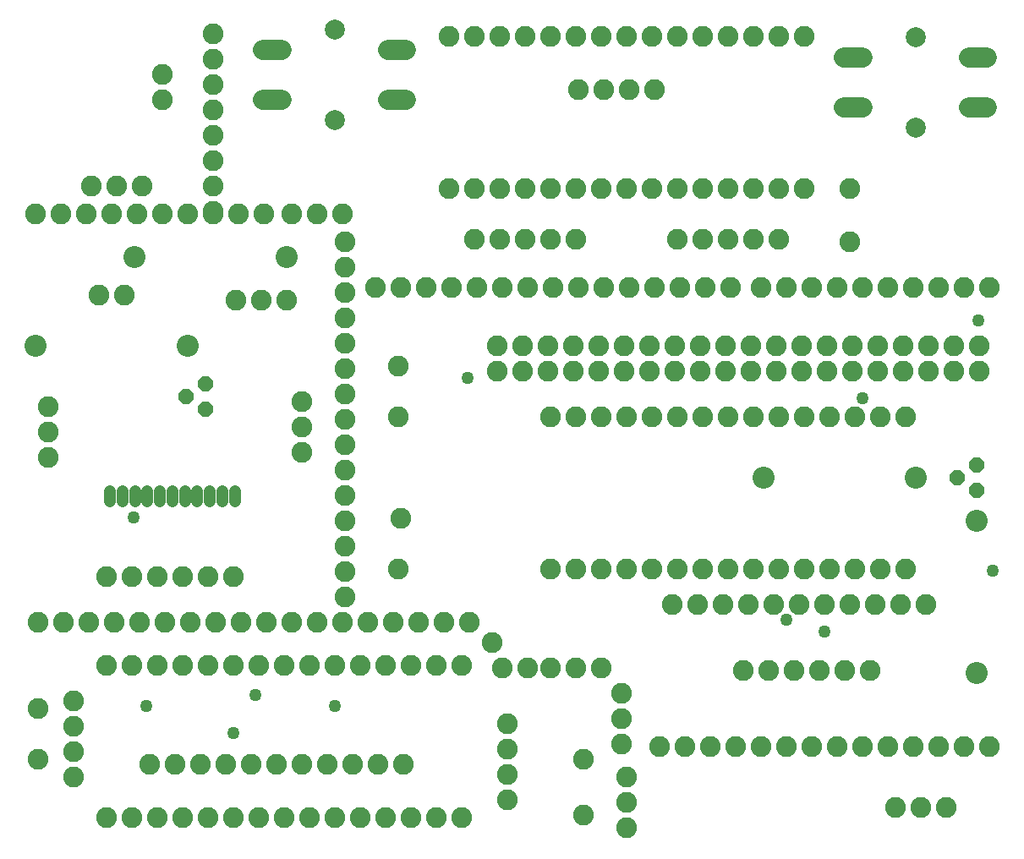
<source format=gbr>
G04 EAGLE Gerber RS-274X export*
G75*
%MOMM*%
%FSLAX34Y34*%
%LPD*%
%INSoldermask Bottom*%
%IPPOS*%
%AMOC8*
5,1,8,0,0,1.08239X$1,22.5*%
G01*
%ADD10C,2.082800*%
%ADD11C,1.993900*%
%ADD12C,2.006600*%
%ADD13C,1.211200*%
%ADD14P,1.649562X8X112.500000*%
%ADD15C,2.203200*%
%ADD16C,1.270000*%


D10*
X444500Y182880D03*
X419100Y182880D03*
X393700Y182880D03*
X368300Y182880D03*
X342900Y182880D03*
X317500Y182880D03*
X292100Y182880D03*
X266700Y182880D03*
X241300Y182880D03*
X215900Y182880D03*
X190500Y182880D03*
X165100Y182880D03*
X139700Y182880D03*
X114300Y182880D03*
X88900Y182880D03*
X88900Y30480D03*
X114300Y30480D03*
X139700Y30480D03*
X165100Y30480D03*
X190500Y30480D03*
X215900Y30480D03*
X241300Y30480D03*
X266700Y30480D03*
X292100Y30480D03*
X317500Y30480D03*
X342900Y30480D03*
X368300Y30480D03*
X393700Y30480D03*
X419100Y30480D03*
X444500Y30480D03*
X55880Y71120D03*
X55880Y96520D03*
X55880Y121920D03*
X55880Y147320D03*
X490220Y124460D03*
X490220Y99060D03*
X490220Y73660D03*
X490220Y48260D03*
X566420Y88900D03*
X566420Y33020D03*
X20320Y139700D03*
X20320Y88900D03*
X431800Y660400D03*
X457200Y660400D03*
X482600Y660400D03*
X508000Y660400D03*
X533400Y660400D03*
X558800Y660400D03*
X584200Y660400D03*
X609600Y660400D03*
X635000Y660400D03*
X660400Y660400D03*
X685800Y660400D03*
X711200Y660400D03*
X736600Y660400D03*
X762000Y660400D03*
X787400Y660400D03*
X787400Y812800D03*
X762000Y812800D03*
X736600Y812800D03*
X711200Y812800D03*
X685800Y812800D03*
X660400Y812800D03*
X635000Y812800D03*
X609600Y812800D03*
X584200Y812800D03*
X558800Y812800D03*
X533400Y812800D03*
X508000Y812800D03*
X482600Y812800D03*
X457200Y812800D03*
X431800Y812800D03*
X457200Y609600D03*
X482600Y609600D03*
X508000Y609600D03*
X533400Y609600D03*
X558800Y609600D03*
X660400Y609600D03*
X685800Y609600D03*
X711200Y609600D03*
X736600Y609600D03*
X762000Y609600D03*
D11*
X388938Y799592D02*
X371031Y799592D01*
X263970Y799592D02*
X246063Y799592D01*
X371031Y749808D02*
X388938Y749808D01*
X263970Y749808D02*
X246063Y749808D01*
D12*
X317500Y819658D03*
X317500Y729742D03*
D11*
X827723Y742188D02*
X845630Y742188D01*
X952691Y742188D02*
X970598Y742188D01*
X845630Y791972D02*
X827723Y791972D01*
X952691Y791972D02*
X970598Y791972D01*
D12*
X899160Y722122D03*
X899160Y812038D03*
D10*
X386080Y83820D03*
X360680Y83820D03*
X335280Y83820D03*
X309880Y83820D03*
X284480Y83820D03*
X259080Y83820D03*
X233680Y83820D03*
X208280Y83820D03*
X182880Y83820D03*
X157480Y83820D03*
X132080Y83820D03*
X358140Y561340D03*
X383540Y561340D03*
X408940Y561340D03*
X434340Y561340D03*
X459740Y561340D03*
X485140Y561340D03*
X510540Y561340D03*
X535940Y561340D03*
X561340Y561340D03*
X586740Y561340D03*
X612140Y561340D03*
X637540Y561340D03*
X662940Y561340D03*
X688340Y561340D03*
X713740Y561340D03*
X96520Y226060D03*
X121920Y226060D03*
X147320Y226060D03*
X172720Y226060D03*
X198120Y226060D03*
X223520Y226060D03*
X248920Y226060D03*
X274320Y226060D03*
X299720Y226060D03*
X325120Y226060D03*
X350520Y226060D03*
X375920Y226060D03*
X401320Y226060D03*
X426720Y226060D03*
X452120Y226060D03*
X609600Y20320D03*
X609600Y45720D03*
X609600Y71120D03*
X20320Y226060D03*
X45720Y226060D03*
X71120Y226060D03*
X274320Y635000D03*
X299720Y635000D03*
X325120Y635000D03*
X929640Y40640D03*
X904240Y40640D03*
X878840Y40640D03*
X124460Y662940D03*
X99060Y662940D03*
X73660Y662940D03*
X533400Y180340D03*
X558800Y180340D03*
X584200Y180340D03*
X604520Y104140D03*
X604520Y129540D03*
X604520Y154940D03*
X510540Y180340D03*
X485140Y180340D03*
X144780Y774700D03*
X144780Y749300D03*
X327660Y251460D03*
X327660Y276860D03*
X327660Y302260D03*
X327660Y327660D03*
X327660Y353060D03*
X327660Y378460D03*
X327660Y403860D03*
X327660Y429260D03*
X327660Y454660D03*
X327660Y480060D03*
X327660Y505460D03*
X327660Y530860D03*
X327660Y556260D03*
X327660Y581660D03*
X327660Y607060D03*
X833120Y660400D03*
X833120Y607060D03*
X972820Y101600D03*
X947420Y101600D03*
X922020Y101600D03*
X896620Y101600D03*
X871220Y101600D03*
X845820Y101600D03*
X820420Y101600D03*
X795020Y101600D03*
X769620Y101600D03*
X744220Y101600D03*
X718820Y101600D03*
X693420Y101600D03*
X668020Y101600D03*
X642620Y101600D03*
X744220Y561340D03*
X769620Y561340D03*
X795020Y561340D03*
X820420Y561340D03*
X845820Y561340D03*
X871220Y561340D03*
X896620Y561340D03*
X922020Y561340D03*
X947420Y561340D03*
X972820Y561340D03*
X637540Y759460D03*
X612140Y759460D03*
X586740Y759460D03*
X561340Y759460D03*
X962660Y502920D03*
X937260Y502920D03*
X911860Y502920D03*
X886460Y502920D03*
X861060Y502920D03*
X835660Y502920D03*
X810260Y502920D03*
X784860Y502920D03*
X759460Y502920D03*
X734060Y502920D03*
X708660Y502920D03*
X683260Y502920D03*
X657860Y502920D03*
X632460Y502920D03*
X607060Y502920D03*
X581660Y502920D03*
X556260Y502920D03*
X530860Y502920D03*
X505460Y502920D03*
X480060Y502920D03*
X480060Y477520D03*
X505460Y477520D03*
X530860Y477520D03*
X556260Y477520D03*
X581660Y477520D03*
X607060Y477520D03*
X632460Y477520D03*
X657860Y477520D03*
X683260Y477520D03*
X708660Y477520D03*
X734060Y477520D03*
X759460Y477520D03*
X784860Y477520D03*
X810260Y477520D03*
X835660Y477520D03*
X861060Y477520D03*
X886460Y477520D03*
X911860Y477520D03*
X937260Y477520D03*
X962660Y477520D03*
X381000Y482600D03*
X381000Y431800D03*
X889000Y431800D03*
X863600Y431800D03*
X838200Y431800D03*
X812800Y431800D03*
X787400Y431800D03*
X762000Y431800D03*
X736600Y431800D03*
X711200Y431800D03*
X685800Y431800D03*
X660400Y431800D03*
X635000Y431800D03*
X609600Y431800D03*
X584200Y431800D03*
X558800Y431800D03*
X533400Y431800D03*
X533400Y279400D03*
X558800Y279400D03*
X584200Y279400D03*
X609600Y279400D03*
X635000Y279400D03*
X660400Y279400D03*
X685800Y279400D03*
X711200Y279400D03*
X736600Y279400D03*
X762000Y279400D03*
X787400Y279400D03*
X812800Y279400D03*
X838200Y279400D03*
X863600Y279400D03*
X889000Y279400D03*
D13*
X217440Y347440D02*
X217440Y357520D01*
X204940Y357520D02*
X204940Y347440D01*
X192440Y347440D02*
X192440Y357520D01*
X179940Y357520D02*
X179940Y347440D01*
X167440Y347440D02*
X167440Y357520D01*
X154940Y357520D02*
X154940Y347440D01*
X142440Y347440D02*
X142440Y357520D01*
X129940Y357520D02*
X129940Y347440D01*
X117440Y347440D02*
X117440Y357520D01*
X104940Y357520D02*
X104940Y347440D01*
X92440Y347440D02*
X92440Y357520D01*
D10*
X215900Y271780D03*
X190500Y271780D03*
X165100Y271780D03*
X139700Y271780D03*
X114300Y271780D03*
X88900Y271780D03*
X284480Y396240D03*
X284480Y421640D03*
X284480Y447040D03*
X30480Y441960D03*
X30480Y416560D03*
X30480Y391160D03*
X106680Y553720D03*
X81280Y553720D03*
X269240Y548640D03*
X243840Y548640D03*
X218440Y548640D03*
X17780Y635000D03*
X43180Y635000D03*
X68580Y635000D03*
X93980Y635000D03*
X119380Y635000D03*
X144780Y635000D03*
X170180Y635000D03*
X195580Y635000D03*
X220980Y635000D03*
X246380Y635000D03*
X195580Y637540D03*
X195580Y662940D03*
X195580Y688340D03*
X195580Y713740D03*
X195580Y739140D03*
X195580Y764540D03*
X195580Y789940D03*
X195580Y815340D03*
X655320Y243840D03*
X680720Y243840D03*
X706120Y243840D03*
X731520Y243840D03*
X756920Y243840D03*
X782320Y243840D03*
X807720Y243840D03*
X833120Y243840D03*
X858520Y243840D03*
X883920Y243840D03*
X909320Y243840D03*
X383540Y330200D03*
X381000Y279400D03*
X726440Y177800D03*
X751840Y177800D03*
X777240Y177800D03*
X802640Y177800D03*
X828040Y177800D03*
X853440Y177800D03*
D14*
X960120Y383540D03*
X941070Y370840D03*
X960120Y358140D03*
D15*
X746760Y370840D03*
X899160Y370840D03*
X960120Y175260D03*
X960120Y327660D03*
D14*
X187960Y464820D03*
X168910Y452120D03*
X187960Y439420D03*
D15*
X17780Y502920D03*
X170180Y502920D03*
X269240Y591820D03*
X116840Y591820D03*
D10*
X474980Y205740D03*
D16*
X317500Y142875D03*
X238125Y153988D03*
X215900Y115888D03*
X128588Y142875D03*
X846138Y450850D03*
X115888Y331788D03*
X769938Y228600D03*
X808038Y217488D03*
X976313Y277813D03*
X962025Y528638D03*
X450850Y471488D03*
M02*

</source>
